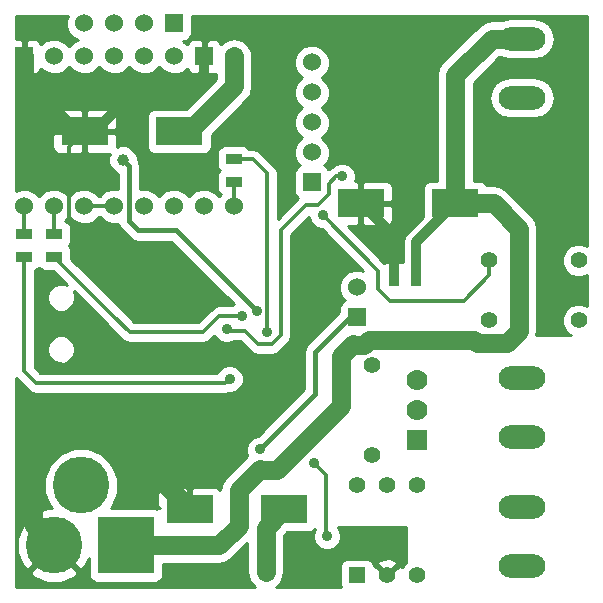
<source format=gbl>
G04 (created by PCBNEW (2013-mar-13)-testing) date czw, 7 sie 2014, 20:04:06*
%MOIN*%
G04 Gerber Fmt 3.4, Leading zero omitted, Abs format*
%FSLAX34Y34*%
G01*
G70*
G90*
G04 APERTURE LIST*
%ADD10C,0.005906*%
%ADD11R,0.035000X0.055000*%
%ADD12R,0.157500X0.094500*%
%ADD13R,0.060000X0.060000*%
%ADD14C,0.060000*%
%ADD15O,0.156000X0.078000*%
%ADD16C,0.189000*%
%ADD17R,0.189000X0.189000*%
%ADD18R,0.055000X0.035000*%
%ADD19C,0.055000*%
%ADD20C,0.070000*%
%ADD21R,0.070000X0.070000*%
%ADD22R,0.055000X0.055000*%
%ADD23C,0.035000*%
%ADD24C,0.039370*%
%ADD25C,0.012000*%
%ADD26C,0.016000*%
%ADD27C,0.032000*%
%ADD28C,0.064000*%
%ADD29C,0.010000*%
G04 APERTURE END LIST*
G54D10*
G54D11*
X13667Y-9077D03*
X12917Y-9077D03*
G54D12*
X9267Y-16777D03*
X6117Y-16777D03*
X5767Y-4177D03*
X2617Y-4177D03*
X14967Y-6577D03*
X11817Y-6577D03*
G54D13*
X5592Y-577D03*
G54D14*
X4592Y-577D03*
X3592Y-577D03*
X2592Y-577D03*
G54D15*
X17192Y-16687D03*
X17192Y-18657D03*
G54D16*
X1592Y-17977D03*
G54D17*
X3992Y-17977D03*
G54D16*
X2492Y-15977D03*
G54D15*
X17192Y-1087D03*
X17192Y-3057D03*
X17192Y-12387D03*
X17192Y-14357D03*
G54D13*
X11692Y-10377D03*
G54D14*
X11692Y-9377D03*
G54D13*
X10192Y-5877D03*
G54D14*
X10192Y-4877D03*
X10192Y-3877D03*
X10192Y-2877D03*
X10192Y-1877D03*
G54D18*
X592Y-8352D03*
X592Y-7602D03*
X1592Y-8352D03*
X1592Y-7602D03*
X7592Y-5102D03*
X7592Y-5852D03*
G54D19*
X12192Y-14977D03*
X12192Y-11977D03*
X19092Y-10477D03*
X19092Y-8477D03*
X16092Y-10477D03*
X16092Y-8477D03*
G54D20*
X13692Y-12477D03*
X13692Y-13477D03*
G54D21*
X13692Y-14477D03*
G54D13*
X592Y-1677D03*
G54D14*
X1592Y-1677D03*
X2592Y-1677D03*
X3592Y-1677D03*
X4592Y-1677D03*
X5592Y-1677D03*
G54D13*
X6592Y-1677D03*
G54D14*
X7592Y-1677D03*
X7592Y-6677D03*
X6592Y-6677D03*
X5592Y-6677D03*
X4592Y-6677D03*
X3592Y-6677D03*
X2592Y-6677D03*
X1592Y-6677D03*
X592Y-6677D03*
G54D22*
X11692Y-18977D03*
G54D19*
X12692Y-18977D03*
X13692Y-18977D03*
X13692Y-15977D03*
X12692Y-15977D03*
X11692Y-15977D03*
G54D23*
X10242Y-15227D03*
X10692Y-17677D03*
X11192Y-5677D03*
X7342Y-10777D03*
X10542Y-6977D03*
X12992Y-6677D03*
X3442Y-8527D03*
X8692Y-10877D03*
X7842Y-10327D03*
X7442Y-12427D03*
G54D24*
X3892Y-5127D03*
G54D23*
X8342Y-10177D03*
X8442Y-14777D03*
G54D24*
X8642Y-18877D03*
G54D25*
X10517Y-15502D02*
X10242Y-15227D01*
X10642Y-15927D02*
X10642Y-15627D01*
X10692Y-17677D02*
X10642Y-17627D01*
X10642Y-17627D02*
X10642Y-15927D01*
X10642Y-15627D02*
X10517Y-15502D01*
X10517Y-15502D02*
X10492Y-15477D01*
X592Y-7602D02*
X592Y-6677D01*
X7592Y-5852D02*
X7592Y-6677D01*
X10992Y-5677D02*
X11192Y-5677D01*
X10742Y-5927D02*
X10992Y-5677D01*
X10742Y-6277D02*
X10742Y-5927D01*
X10392Y-6627D02*
X10742Y-6277D01*
X9992Y-6627D02*
X10392Y-6627D01*
X9142Y-7477D02*
X9992Y-6627D01*
X9142Y-10977D02*
X9142Y-7477D01*
X8842Y-11277D02*
X9142Y-10977D01*
X8392Y-11277D02*
X8842Y-11277D01*
X7942Y-10827D02*
X8392Y-11277D01*
X7392Y-10827D02*
X7942Y-10827D01*
X7342Y-10777D02*
X7392Y-10827D01*
X16092Y-8977D02*
X16092Y-8477D01*
X15242Y-9827D02*
X16092Y-8977D01*
X12792Y-9827D02*
X15242Y-9827D01*
X12392Y-9427D02*
X12792Y-9827D01*
X12392Y-8827D02*
X12392Y-9427D01*
X10542Y-6977D02*
X12392Y-8827D01*
X1592Y-7602D02*
X1592Y-6677D01*
G54D26*
X11817Y-6577D02*
X11817Y-2002D01*
X6592Y-1227D02*
X6592Y-1677D01*
X6892Y-927D02*
X6592Y-1227D01*
X10742Y-927D02*
X6892Y-927D01*
X11817Y-2002D02*
X10742Y-927D01*
X12892Y-6577D02*
X11817Y-6577D01*
X12992Y-6677D02*
X12892Y-6577D01*
G54D27*
X2617Y-4177D02*
X2942Y-4177D01*
X2942Y-4177D02*
X4542Y-2577D01*
X4542Y-2577D02*
X6292Y-2577D01*
X6292Y-2577D02*
X6592Y-2277D01*
X6592Y-2277D02*
X6592Y-1677D01*
G54D25*
X2092Y-4702D02*
X2617Y-4177D01*
X2092Y-7177D02*
X2092Y-4702D01*
X3442Y-8527D02*
X2092Y-7177D01*
G54D27*
X12917Y-9077D02*
X12917Y-7677D01*
X12917Y-7677D02*
X11817Y-6577D01*
G54D28*
X2617Y-4177D02*
X2142Y-4177D01*
X2142Y-4177D02*
X592Y-2627D01*
X592Y-2627D02*
X592Y-1677D01*
X6117Y-16777D02*
X3817Y-14477D01*
X892Y-17277D02*
X1592Y-17977D01*
X892Y-15377D02*
X892Y-17277D01*
X1792Y-14477D02*
X892Y-15377D01*
X3817Y-14477D02*
X1792Y-14477D01*
G54D25*
X8217Y-5102D02*
X7592Y-5102D01*
X8692Y-5577D02*
X8217Y-5102D01*
X8692Y-10877D02*
X8692Y-5577D01*
X5642Y-10877D02*
X6542Y-10877D01*
X7092Y-10327D02*
X7842Y-10327D01*
X6542Y-10877D02*
X7092Y-10327D01*
X3530Y-10290D02*
X4117Y-10877D01*
X4117Y-10877D02*
X4492Y-10877D01*
X5642Y-10877D02*
X4492Y-10877D01*
X3530Y-10290D02*
X1592Y-8352D01*
X592Y-8352D02*
X592Y-12177D01*
X7292Y-12577D02*
X7442Y-12427D01*
X992Y-12577D02*
X7292Y-12577D01*
X592Y-12177D02*
X992Y-12577D01*
X2592Y-6677D02*
X3592Y-6677D01*
G54D28*
X11517Y-11302D02*
X11917Y-11302D01*
X16242Y-6577D02*
X14967Y-6577D01*
X17092Y-7427D02*
X16242Y-6577D01*
X17092Y-10827D02*
X17092Y-7427D01*
X16692Y-11227D02*
X17092Y-10827D01*
X15692Y-11227D02*
X16692Y-11227D01*
X15592Y-11127D02*
X15692Y-11227D01*
X12092Y-11127D02*
X15592Y-11127D01*
X11917Y-11302D02*
X12092Y-11127D01*
X8417Y-15452D02*
X9017Y-15452D01*
X11142Y-11677D02*
X11517Y-11302D01*
X11517Y-11302D02*
X11542Y-11277D01*
X11142Y-13327D02*
X11142Y-11677D01*
X9017Y-15452D02*
X11142Y-13327D01*
X3992Y-17977D02*
X7092Y-17977D01*
X7742Y-16127D02*
X8417Y-15452D01*
X8417Y-15452D02*
X8442Y-15427D01*
X7742Y-17327D02*
X7742Y-16127D01*
X7092Y-17977D02*
X7742Y-17327D01*
X14967Y-6577D02*
X14967Y-2302D01*
X14967Y-2302D02*
X16182Y-1087D01*
X16182Y-1087D02*
X17192Y-1087D01*
G54D27*
X13667Y-9077D02*
X13667Y-7877D01*
X13667Y-7877D02*
X14967Y-6577D01*
G54D28*
X5767Y-4177D02*
X6092Y-4177D01*
X7592Y-2677D02*
X7592Y-1677D01*
X6092Y-4177D02*
X7592Y-2677D01*
G54D26*
X4092Y-5327D02*
X3892Y-5127D01*
X4092Y-7177D02*
X4092Y-5327D01*
X4392Y-7477D02*
X4092Y-7177D01*
X5642Y-7477D02*
X4392Y-7477D01*
X8342Y-10177D02*
X5642Y-7477D01*
X11442Y-10377D02*
X11692Y-10377D01*
X10292Y-11527D02*
X11442Y-10377D01*
X10292Y-12927D02*
X10292Y-11527D01*
X8442Y-14777D02*
X10292Y-12927D01*
G54D28*
X9267Y-16777D02*
X8642Y-17402D01*
X8642Y-17402D02*
X8642Y-18877D01*
G54D10*
G36*
X7577Y-9935D02*
X7535Y-9977D01*
X7092Y-9977D01*
X6958Y-10004D01*
X6845Y-10080D01*
X6397Y-10527D01*
X5642Y-10527D01*
X4492Y-10527D01*
X4262Y-10527D01*
X3777Y-10042D01*
X2157Y-8422D01*
X2157Y-8120D01*
X2113Y-8013D01*
X2078Y-7977D01*
X2113Y-7942D01*
X2157Y-7835D01*
X2157Y-7720D01*
X2157Y-7370D01*
X2113Y-7263D01*
X2032Y-7182D01*
X1955Y-7150D01*
X2092Y-7012D01*
X2092Y-7012D01*
X2258Y-7177D01*
X2475Y-7267D01*
X2709Y-7268D01*
X2926Y-7178D01*
X3077Y-7027D01*
X3108Y-7027D01*
X3258Y-7177D01*
X3475Y-7267D01*
X3709Y-7268D01*
X3738Y-7256D01*
X3751Y-7319D01*
X3831Y-7439D01*
X4131Y-7739D01*
X4251Y-7819D01*
X4392Y-7847D01*
X5489Y-7847D01*
X7577Y-9935D01*
X7577Y-9935D01*
G37*
G54D29*
X7577Y-9935D02*
X7535Y-9977D01*
X7092Y-9977D01*
X6958Y-10004D01*
X6845Y-10080D01*
X6397Y-10527D01*
X5642Y-10527D01*
X4492Y-10527D01*
X4262Y-10527D01*
X3777Y-10042D01*
X2157Y-8422D01*
X2157Y-8120D01*
X2113Y-8013D01*
X2078Y-7977D01*
X2113Y-7942D01*
X2157Y-7835D01*
X2157Y-7720D01*
X2157Y-7370D01*
X2113Y-7263D01*
X2032Y-7182D01*
X1955Y-7150D01*
X2092Y-7012D01*
X2092Y-7012D01*
X2258Y-7177D01*
X2475Y-7267D01*
X2709Y-7268D01*
X2926Y-7178D01*
X3077Y-7027D01*
X3108Y-7027D01*
X3258Y-7177D01*
X3475Y-7267D01*
X3709Y-7268D01*
X3738Y-7256D01*
X3751Y-7319D01*
X3831Y-7439D01*
X4131Y-7739D01*
X4251Y-7819D01*
X4392Y-7847D01*
X5489Y-7847D01*
X7577Y-9935D01*
G54D10*
G36*
X11891Y-8821D02*
X11810Y-8788D01*
X11576Y-8787D01*
X11359Y-8877D01*
X11193Y-9043D01*
X11103Y-9260D01*
X11102Y-9494D01*
X11192Y-9711D01*
X11288Y-9807D01*
X11228Y-9832D01*
X11147Y-9913D01*
X11102Y-10020D01*
X11102Y-10135D01*
X11102Y-10194D01*
X10031Y-11266D01*
X9951Y-11386D01*
X9922Y-11527D01*
X9922Y-12774D01*
X8384Y-14312D01*
X8350Y-14312D01*
X8179Y-14383D01*
X8048Y-14514D01*
X7977Y-14685D01*
X7977Y-14870D01*
X8026Y-14986D01*
X8011Y-14996D01*
X7986Y-15021D01*
X7311Y-15696D01*
X7179Y-15894D01*
X7133Y-16123D01*
X7069Y-16059D01*
X6963Y-16015D01*
X6240Y-16015D01*
X6167Y-16087D01*
X6167Y-16727D01*
X6175Y-16727D01*
X6175Y-16827D01*
X6167Y-16827D01*
X6167Y-16835D01*
X6067Y-16835D01*
X6067Y-16827D01*
X6060Y-16827D01*
X6060Y-16727D01*
X6067Y-16727D01*
X6067Y-16087D01*
X5995Y-16015D01*
X5272Y-16015D01*
X5166Y-16059D01*
X5084Y-16141D01*
X5040Y-16247D01*
X5040Y-16363D01*
X5040Y-16655D01*
X5112Y-16727D01*
X5040Y-16727D01*
X5040Y-16761D01*
X4995Y-16742D01*
X4880Y-16742D01*
X3474Y-16742D01*
X3539Y-16678D01*
X3727Y-16224D01*
X3728Y-15733D01*
X3540Y-15279D01*
X3193Y-14931D01*
X2739Y-14743D01*
X2248Y-14742D01*
X1794Y-14930D01*
X1446Y-15277D01*
X1258Y-15731D01*
X1257Y-16222D01*
X1445Y-16676D01*
X1511Y-16742D01*
X1346Y-16743D01*
X893Y-16930D01*
X789Y-17104D01*
X1592Y-17907D01*
X1598Y-17901D01*
X1669Y-17972D01*
X1663Y-17977D01*
X2466Y-18780D01*
X2640Y-18677D01*
X2757Y-18392D01*
X2757Y-18980D01*
X2802Y-19087D01*
X2883Y-19168D01*
X2990Y-19212D01*
X3105Y-19212D01*
X4995Y-19212D01*
X5102Y-19168D01*
X5183Y-19087D01*
X5227Y-18980D01*
X5227Y-18865D01*
X5227Y-18587D01*
X7092Y-18587D01*
X7326Y-18541D01*
X7524Y-18409D01*
X8032Y-17900D01*
X8032Y-18877D01*
X8079Y-19111D01*
X8211Y-19309D01*
X8295Y-19365D01*
X2395Y-19365D01*
X2395Y-18851D01*
X1592Y-18048D01*
X1522Y-18119D01*
X1522Y-17977D01*
X719Y-17174D01*
X545Y-17278D01*
X357Y-17732D01*
X358Y-18224D01*
X545Y-18677D01*
X719Y-18780D01*
X1522Y-17977D01*
X1522Y-18119D01*
X789Y-18851D01*
X893Y-19025D01*
X1347Y-19213D01*
X1839Y-19212D01*
X2292Y-19025D01*
X2395Y-18851D01*
X2395Y-19365D01*
X319Y-19365D01*
X319Y-12386D01*
X345Y-12425D01*
X745Y-12825D01*
X858Y-12901D01*
X858Y-12901D01*
X992Y-12927D01*
X7292Y-12927D01*
X7426Y-12901D01*
X7426Y-12901D01*
X7439Y-12892D01*
X7439Y-12892D01*
X7535Y-12893D01*
X7705Y-12822D01*
X7836Y-12691D01*
X7907Y-12520D01*
X7907Y-12335D01*
X7837Y-12164D01*
X7706Y-12033D01*
X7535Y-11963D01*
X7350Y-11962D01*
X7179Y-12033D01*
X7048Y-12164D01*
X7022Y-12227D01*
X2294Y-12227D01*
X2294Y-11351D01*
X2224Y-11179D01*
X2092Y-11048D01*
X1921Y-10977D01*
X1735Y-10976D01*
X1563Y-11047D01*
X1432Y-11179D01*
X1360Y-11350D01*
X1360Y-11536D01*
X1431Y-11708D01*
X1563Y-11839D01*
X1734Y-11910D01*
X1920Y-11911D01*
X2092Y-11840D01*
X2223Y-11708D01*
X2294Y-11537D01*
X2294Y-11351D01*
X2294Y-12227D01*
X1137Y-12227D01*
X942Y-12032D01*
X942Y-8810D01*
X1032Y-8773D01*
X1092Y-8713D01*
X1153Y-8773D01*
X1260Y-8817D01*
X1375Y-8817D01*
X1562Y-8817D01*
X2038Y-9293D01*
X1921Y-9245D01*
X1735Y-9244D01*
X1563Y-9315D01*
X1432Y-9447D01*
X1360Y-9618D01*
X1360Y-9804D01*
X1431Y-9976D01*
X1563Y-10107D01*
X1734Y-10178D01*
X1920Y-10179D01*
X2092Y-10108D01*
X2223Y-9976D01*
X2294Y-9805D01*
X2294Y-9619D01*
X2246Y-9501D01*
X3282Y-10537D01*
X3870Y-11125D01*
X3983Y-11201D01*
X3983Y-11201D01*
X4117Y-11227D01*
X4492Y-11227D01*
X5642Y-11227D01*
X6542Y-11227D01*
X6676Y-11201D01*
X6676Y-11201D01*
X6790Y-11125D01*
X6926Y-10988D01*
X6948Y-11041D01*
X7079Y-11171D01*
X7250Y-11242D01*
X7435Y-11243D01*
X7592Y-11177D01*
X7797Y-11177D01*
X8145Y-11525D01*
X8258Y-11601D01*
X8258Y-11601D01*
X8392Y-11627D01*
X8842Y-11627D01*
X8976Y-11601D01*
X8976Y-11601D01*
X9090Y-11525D01*
X9390Y-11225D01*
X9466Y-11111D01*
X9466Y-11111D01*
X9492Y-10977D01*
X9492Y-7622D01*
X10077Y-7037D01*
X10077Y-7070D01*
X10148Y-7241D01*
X10279Y-7371D01*
X10450Y-7442D01*
X10512Y-7442D01*
X11891Y-8821D01*
X11891Y-8821D01*
G37*
G54D29*
X11891Y-8821D02*
X11810Y-8788D01*
X11576Y-8787D01*
X11359Y-8877D01*
X11193Y-9043D01*
X11103Y-9260D01*
X11102Y-9494D01*
X11192Y-9711D01*
X11288Y-9807D01*
X11228Y-9832D01*
X11147Y-9913D01*
X11102Y-10020D01*
X11102Y-10135D01*
X11102Y-10194D01*
X10031Y-11266D01*
X9951Y-11386D01*
X9922Y-11527D01*
X9922Y-12774D01*
X8384Y-14312D01*
X8350Y-14312D01*
X8179Y-14383D01*
X8048Y-14514D01*
X7977Y-14685D01*
X7977Y-14870D01*
X8026Y-14986D01*
X8011Y-14996D01*
X7986Y-15021D01*
X7311Y-15696D01*
X7179Y-15894D01*
X7133Y-16123D01*
X7069Y-16059D01*
X6963Y-16015D01*
X6240Y-16015D01*
X6167Y-16087D01*
X6167Y-16727D01*
X6175Y-16727D01*
X6175Y-16827D01*
X6167Y-16827D01*
X6167Y-16835D01*
X6067Y-16835D01*
X6067Y-16827D01*
X6060Y-16827D01*
X6060Y-16727D01*
X6067Y-16727D01*
X6067Y-16087D01*
X5995Y-16015D01*
X5272Y-16015D01*
X5166Y-16059D01*
X5084Y-16141D01*
X5040Y-16247D01*
X5040Y-16363D01*
X5040Y-16655D01*
X5112Y-16727D01*
X5040Y-16727D01*
X5040Y-16761D01*
X4995Y-16742D01*
X4880Y-16742D01*
X3474Y-16742D01*
X3539Y-16678D01*
X3727Y-16224D01*
X3728Y-15733D01*
X3540Y-15279D01*
X3193Y-14931D01*
X2739Y-14743D01*
X2248Y-14742D01*
X1794Y-14930D01*
X1446Y-15277D01*
X1258Y-15731D01*
X1257Y-16222D01*
X1445Y-16676D01*
X1511Y-16742D01*
X1346Y-16743D01*
X893Y-16930D01*
X789Y-17104D01*
X1592Y-17907D01*
X1598Y-17901D01*
X1669Y-17972D01*
X1663Y-17977D01*
X2466Y-18780D01*
X2640Y-18677D01*
X2757Y-18392D01*
X2757Y-18980D01*
X2802Y-19087D01*
X2883Y-19168D01*
X2990Y-19212D01*
X3105Y-19212D01*
X4995Y-19212D01*
X5102Y-19168D01*
X5183Y-19087D01*
X5227Y-18980D01*
X5227Y-18865D01*
X5227Y-18587D01*
X7092Y-18587D01*
X7326Y-18541D01*
X7524Y-18409D01*
X8032Y-17900D01*
X8032Y-18877D01*
X8079Y-19111D01*
X8211Y-19309D01*
X8295Y-19365D01*
X2395Y-19365D01*
X2395Y-18851D01*
X1592Y-18048D01*
X1522Y-18119D01*
X1522Y-17977D01*
X719Y-17174D01*
X545Y-17278D01*
X357Y-17732D01*
X358Y-18224D01*
X545Y-18677D01*
X719Y-18780D01*
X1522Y-17977D01*
X1522Y-18119D01*
X789Y-18851D01*
X893Y-19025D01*
X1347Y-19213D01*
X1839Y-19212D01*
X2292Y-19025D01*
X2395Y-18851D01*
X2395Y-19365D01*
X319Y-19365D01*
X319Y-12386D01*
X345Y-12425D01*
X745Y-12825D01*
X858Y-12901D01*
X858Y-12901D01*
X992Y-12927D01*
X7292Y-12927D01*
X7426Y-12901D01*
X7426Y-12901D01*
X7439Y-12892D01*
X7439Y-12892D01*
X7535Y-12893D01*
X7705Y-12822D01*
X7836Y-12691D01*
X7907Y-12520D01*
X7907Y-12335D01*
X7837Y-12164D01*
X7706Y-12033D01*
X7535Y-11963D01*
X7350Y-11962D01*
X7179Y-12033D01*
X7048Y-12164D01*
X7022Y-12227D01*
X2294Y-12227D01*
X2294Y-11351D01*
X2224Y-11179D01*
X2092Y-11048D01*
X1921Y-10977D01*
X1735Y-10976D01*
X1563Y-11047D01*
X1432Y-11179D01*
X1360Y-11350D01*
X1360Y-11536D01*
X1431Y-11708D01*
X1563Y-11839D01*
X1734Y-11910D01*
X1920Y-11911D01*
X2092Y-11840D01*
X2223Y-11708D01*
X2294Y-11537D01*
X2294Y-11351D01*
X2294Y-12227D01*
X1137Y-12227D01*
X942Y-12032D01*
X942Y-8810D01*
X1032Y-8773D01*
X1092Y-8713D01*
X1153Y-8773D01*
X1260Y-8817D01*
X1375Y-8817D01*
X1562Y-8817D01*
X2038Y-9293D01*
X1921Y-9245D01*
X1735Y-9244D01*
X1563Y-9315D01*
X1432Y-9447D01*
X1360Y-9618D01*
X1360Y-9804D01*
X1431Y-9976D01*
X1563Y-10107D01*
X1734Y-10178D01*
X1920Y-10179D01*
X2092Y-10108D01*
X2223Y-9976D01*
X2294Y-9805D01*
X2294Y-9619D01*
X2246Y-9501D01*
X3282Y-10537D01*
X3870Y-11125D01*
X3983Y-11201D01*
X3983Y-11201D01*
X4117Y-11227D01*
X4492Y-11227D01*
X5642Y-11227D01*
X6542Y-11227D01*
X6676Y-11201D01*
X6676Y-11201D01*
X6790Y-11125D01*
X6926Y-10988D01*
X6948Y-11041D01*
X7079Y-11171D01*
X7250Y-11242D01*
X7435Y-11243D01*
X7592Y-11177D01*
X7797Y-11177D01*
X8145Y-11525D01*
X8258Y-11601D01*
X8258Y-11601D01*
X8392Y-11627D01*
X8842Y-11627D01*
X8976Y-11601D01*
X8976Y-11601D01*
X9090Y-11525D01*
X9390Y-11225D01*
X9466Y-11111D01*
X9466Y-11111D01*
X9492Y-10977D01*
X9492Y-7622D01*
X10077Y-7037D01*
X10077Y-7070D01*
X10148Y-7241D01*
X10279Y-7371D01*
X10450Y-7442D01*
X10512Y-7442D01*
X11891Y-8821D01*
G54D10*
G36*
X13335Y-18536D02*
X13214Y-18657D01*
X13195Y-18702D01*
X13186Y-18681D01*
X13082Y-18658D01*
X13011Y-18729D01*
X13011Y-18588D01*
X12989Y-18484D01*
X12778Y-18408D01*
X12553Y-18418D01*
X12396Y-18484D01*
X12373Y-18588D01*
X12692Y-18907D01*
X13011Y-18588D01*
X13011Y-18729D01*
X12763Y-18977D01*
X12769Y-18983D01*
X12698Y-19054D01*
X12692Y-19048D01*
X12687Y-19054D01*
X12616Y-18983D01*
X12622Y-18977D01*
X12303Y-18658D01*
X12257Y-18668D01*
X12257Y-18645D01*
X12213Y-18538D01*
X12132Y-18457D01*
X12025Y-18412D01*
X11910Y-18412D01*
X11360Y-18412D01*
X11253Y-18457D01*
X11172Y-18538D01*
X11127Y-18645D01*
X11127Y-18760D01*
X11127Y-19310D01*
X11150Y-19365D01*
X8990Y-19365D01*
X9074Y-19309D01*
X9206Y-19111D01*
X9252Y-18877D01*
X9252Y-17655D01*
X9368Y-17540D01*
X10113Y-17540D01*
X10219Y-17496D01*
X10292Y-17423D01*
X10292Y-17428D01*
X10227Y-17585D01*
X10227Y-17770D01*
X10298Y-17941D01*
X10429Y-18071D01*
X10600Y-18142D01*
X10785Y-18143D01*
X10955Y-18072D01*
X11086Y-17941D01*
X11157Y-17770D01*
X11157Y-17585D01*
X11087Y-17414D01*
X11045Y-17372D01*
X13335Y-17372D01*
X13335Y-18536D01*
X13335Y-18536D01*
G37*
G54D29*
X13335Y-18536D02*
X13214Y-18657D01*
X13195Y-18702D01*
X13186Y-18681D01*
X13082Y-18658D01*
X13011Y-18729D01*
X13011Y-18588D01*
X12989Y-18484D01*
X12778Y-18408D01*
X12553Y-18418D01*
X12396Y-18484D01*
X12373Y-18588D01*
X12692Y-18907D01*
X13011Y-18588D01*
X13011Y-18729D01*
X12763Y-18977D01*
X12769Y-18983D01*
X12698Y-19054D01*
X12692Y-19048D01*
X12687Y-19054D01*
X12616Y-18983D01*
X12622Y-18977D01*
X12303Y-18658D01*
X12257Y-18668D01*
X12257Y-18645D01*
X12213Y-18538D01*
X12132Y-18457D01*
X12025Y-18412D01*
X11910Y-18412D01*
X11360Y-18412D01*
X11253Y-18457D01*
X11172Y-18538D01*
X11127Y-18645D01*
X11127Y-18760D01*
X11127Y-19310D01*
X11150Y-19365D01*
X8990Y-19365D01*
X9074Y-19309D01*
X9206Y-19111D01*
X9252Y-18877D01*
X9252Y-17655D01*
X9368Y-17540D01*
X10113Y-17540D01*
X10219Y-17496D01*
X10292Y-17423D01*
X10292Y-17428D01*
X10227Y-17585D01*
X10227Y-17770D01*
X10298Y-17941D01*
X10429Y-18071D01*
X10600Y-18142D01*
X10785Y-18143D01*
X10955Y-18072D01*
X11086Y-17941D01*
X11157Y-17770D01*
X11157Y-17585D01*
X11087Y-17414D01*
X11045Y-17372D01*
X13335Y-17372D01*
X13335Y-18536D01*
G54D10*
G36*
X19365Y-9979D02*
X19205Y-9913D01*
X18981Y-9912D01*
X18773Y-9998D01*
X18614Y-10157D01*
X18528Y-10365D01*
X18527Y-10589D01*
X18613Y-10797D01*
X18772Y-10956D01*
X18813Y-10973D01*
X18283Y-10973D01*
X18283Y-3057D01*
X18232Y-2797D01*
X18084Y-2577D01*
X17864Y-2429D01*
X17603Y-2377D01*
X16781Y-2377D01*
X16521Y-2429D01*
X16301Y-2577D01*
X16153Y-2797D01*
X16101Y-3057D01*
X16153Y-3318D01*
X16301Y-3538D01*
X16521Y-3686D01*
X16781Y-3737D01*
X17603Y-3737D01*
X17864Y-3686D01*
X18084Y-3538D01*
X18232Y-3318D01*
X18283Y-3057D01*
X18283Y-10973D01*
X17673Y-10973D01*
X17702Y-10827D01*
X17702Y-7427D01*
X17656Y-7194D01*
X17524Y-6996D01*
X16674Y-6146D01*
X16476Y-6014D01*
X16242Y-5967D01*
X16012Y-5967D01*
X16001Y-5941D01*
X15919Y-5859D01*
X15813Y-5815D01*
X15697Y-5815D01*
X15577Y-5815D01*
X15577Y-2555D01*
X16435Y-1697D01*
X16494Y-1697D01*
X16521Y-1716D01*
X16781Y-1767D01*
X17603Y-1767D01*
X17864Y-1716D01*
X18084Y-1568D01*
X18232Y-1348D01*
X18283Y-1087D01*
X18232Y-827D01*
X18084Y-607D01*
X17864Y-459D01*
X17603Y-407D01*
X16781Y-407D01*
X16521Y-459D01*
X16494Y-477D01*
X16182Y-477D01*
X15949Y-524D01*
X15751Y-656D01*
X14536Y-1871D01*
X14404Y-2069D01*
X14357Y-2302D01*
X14357Y-5815D01*
X14122Y-5815D01*
X14016Y-5859D01*
X13934Y-5941D01*
X13890Y-6047D01*
X13890Y-6163D01*
X13890Y-7019D01*
X13349Y-7559D01*
X13252Y-7705D01*
X13217Y-7877D01*
X13217Y-8540D01*
X13150Y-8512D01*
X13040Y-8512D01*
X12967Y-8585D01*
X12967Y-9027D01*
X12975Y-9027D01*
X12975Y-9127D01*
X12967Y-9127D01*
X12967Y-9135D01*
X12895Y-9135D01*
X12895Y-7108D01*
X12895Y-6992D01*
X12895Y-6700D01*
X12895Y-6455D01*
X12895Y-6163D01*
X12895Y-6047D01*
X12851Y-5941D01*
X12769Y-5859D01*
X12663Y-5815D01*
X11940Y-5815D01*
X11867Y-5887D01*
X11867Y-6527D01*
X12822Y-6527D01*
X12895Y-6455D01*
X12895Y-6700D01*
X12822Y-6627D01*
X11867Y-6627D01*
X11867Y-7267D01*
X11940Y-7340D01*
X12663Y-7340D01*
X12769Y-7296D01*
X12851Y-7214D01*
X12895Y-7108D01*
X12895Y-9135D01*
X12867Y-9135D01*
X12867Y-9127D01*
X12860Y-9127D01*
X12860Y-9027D01*
X12867Y-9027D01*
X12867Y-8585D01*
X12795Y-8512D01*
X12685Y-8512D01*
X12605Y-8545D01*
X11400Y-7340D01*
X11695Y-7340D01*
X11767Y-7267D01*
X11767Y-6627D01*
X11760Y-6627D01*
X11760Y-6527D01*
X11767Y-6527D01*
X11767Y-5887D01*
X11695Y-5815D01*
X11639Y-5815D01*
X11657Y-5770D01*
X11657Y-5585D01*
X11587Y-5414D01*
X11456Y-5283D01*
X11285Y-5213D01*
X11100Y-5212D01*
X10929Y-5283D01*
X10858Y-5355D01*
X10858Y-5355D01*
X10745Y-5430D01*
X10738Y-5413D01*
X10657Y-5332D01*
X10597Y-5307D01*
X10692Y-5212D01*
X10782Y-4995D01*
X10783Y-4761D01*
X10693Y-4544D01*
X10527Y-4378D01*
X10527Y-4377D01*
X10692Y-4212D01*
X10782Y-3995D01*
X10783Y-3761D01*
X10693Y-3544D01*
X10527Y-3378D01*
X10527Y-3377D01*
X10692Y-3212D01*
X10782Y-2995D01*
X10783Y-2761D01*
X10693Y-2544D01*
X10527Y-2378D01*
X10527Y-2377D01*
X10692Y-2212D01*
X10782Y-1995D01*
X10783Y-1761D01*
X10693Y-1544D01*
X10527Y-1378D01*
X10310Y-1288D01*
X10076Y-1287D01*
X9859Y-1377D01*
X9693Y-1543D01*
X9603Y-1760D01*
X9602Y-1994D01*
X9692Y-2211D01*
X9858Y-2377D01*
X9858Y-2377D01*
X9693Y-2543D01*
X9603Y-2760D01*
X9602Y-2994D01*
X9692Y-3211D01*
X9858Y-3377D01*
X9858Y-3377D01*
X9693Y-3543D01*
X9603Y-3760D01*
X9602Y-3994D01*
X9692Y-4211D01*
X9858Y-4377D01*
X9858Y-4377D01*
X9693Y-4543D01*
X9603Y-4760D01*
X9602Y-4994D01*
X9692Y-5211D01*
X9788Y-5307D01*
X9728Y-5332D01*
X9647Y-5413D01*
X9602Y-5520D01*
X9602Y-5635D01*
X9602Y-6235D01*
X9647Y-6342D01*
X9715Y-6410D01*
X9042Y-7082D01*
X9042Y-5577D01*
X9016Y-5444D01*
X9016Y-5444D01*
X8940Y-5330D01*
X8465Y-4855D01*
X8351Y-4779D01*
X8217Y-4752D01*
X8202Y-4752D01*
X8202Y-2677D01*
X8202Y-1677D01*
X8183Y-1577D01*
X8183Y-1561D01*
X8176Y-1545D01*
X8156Y-1444D01*
X8099Y-1359D01*
X8093Y-1344D01*
X8081Y-1332D01*
X8024Y-1246D01*
X7939Y-1189D01*
X7927Y-1178D01*
X7911Y-1171D01*
X7826Y-1114D01*
X7726Y-1094D01*
X7710Y-1088D01*
X7693Y-1088D01*
X7592Y-1067D01*
X7492Y-1087D01*
X7476Y-1087D01*
X7460Y-1094D01*
X7359Y-1114D01*
X7274Y-1171D01*
X7259Y-1177D01*
X7247Y-1189D01*
X7161Y-1246D01*
X7155Y-1255D01*
X7138Y-1213D01*
X7057Y-1132D01*
X6950Y-1087D01*
X6715Y-1087D01*
X6642Y-1160D01*
X6642Y-1627D01*
X6650Y-1627D01*
X6650Y-1727D01*
X6642Y-1727D01*
X6642Y-2195D01*
X6715Y-2267D01*
X6950Y-2267D01*
X6982Y-2254D01*
X6982Y-2425D01*
X5992Y-3415D01*
X4922Y-3415D01*
X4816Y-3459D01*
X4734Y-3541D01*
X4690Y-3647D01*
X4690Y-3763D01*
X4690Y-4708D01*
X4734Y-4814D01*
X4816Y-4896D01*
X4922Y-4940D01*
X5038Y-4940D01*
X6613Y-4940D01*
X6719Y-4896D01*
X6801Y-4814D01*
X6845Y-4708D01*
X6845Y-4592D01*
X6845Y-4288D01*
X8024Y-3109D01*
X8156Y-2911D01*
X8156Y-2911D01*
X8202Y-2677D01*
X8202Y-4752D01*
X8103Y-4752D01*
X8032Y-4682D01*
X7925Y-4637D01*
X7810Y-4637D01*
X7260Y-4637D01*
X7153Y-4682D01*
X7072Y-4763D01*
X7027Y-4870D01*
X7027Y-4985D01*
X7027Y-5335D01*
X7072Y-5442D01*
X7107Y-5477D01*
X7072Y-5513D01*
X7027Y-5620D01*
X7027Y-5735D01*
X7027Y-6085D01*
X7072Y-6192D01*
X7153Y-6273D01*
X7160Y-6276D01*
X7093Y-6343D01*
X7092Y-6343D01*
X6927Y-6178D01*
X6710Y-6088D01*
X6476Y-6087D01*
X6259Y-6177D01*
X6093Y-6343D01*
X6092Y-6343D01*
X5927Y-6178D01*
X5710Y-6088D01*
X5476Y-6087D01*
X5259Y-6177D01*
X5093Y-6343D01*
X5092Y-6343D01*
X4927Y-6178D01*
X4710Y-6088D01*
X4476Y-6087D01*
X4462Y-6093D01*
X4462Y-5327D01*
X4434Y-5186D01*
X4379Y-5104D01*
X4379Y-5031D01*
X4305Y-4852D01*
X4169Y-4715D01*
X3990Y-4641D01*
X3796Y-4641D01*
X3695Y-4682D01*
X3695Y-4592D01*
X3695Y-4300D01*
X3695Y-4055D01*
X3695Y-3763D01*
X3695Y-3647D01*
X3651Y-3541D01*
X3569Y-3459D01*
X3463Y-3415D01*
X2740Y-3415D01*
X2667Y-3487D01*
X2667Y-4127D01*
X3622Y-4127D01*
X3695Y-4055D01*
X3695Y-4300D01*
X3622Y-4227D01*
X2667Y-4227D01*
X2667Y-4867D01*
X2740Y-4940D01*
X3443Y-4940D01*
X3406Y-5030D01*
X3405Y-5224D01*
X3479Y-5403D01*
X3616Y-5540D01*
X3722Y-5584D01*
X3722Y-6093D01*
X3710Y-6088D01*
X3476Y-6087D01*
X3259Y-6177D01*
X3108Y-6327D01*
X3077Y-6327D01*
X2927Y-6178D01*
X2710Y-6088D01*
X2567Y-6087D01*
X2567Y-4867D01*
X2567Y-4227D01*
X2567Y-4127D01*
X2567Y-3487D01*
X2495Y-3415D01*
X1772Y-3415D01*
X1666Y-3459D01*
X1584Y-3541D01*
X1540Y-3647D01*
X1540Y-3763D01*
X1540Y-4055D01*
X1612Y-4127D01*
X2567Y-4127D01*
X2567Y-4227D01*
X1612Y-4227D01*
X1540Y-4300D01*
X1540Y-4592D01*
X1540Y-4708D01*
X1584Y-4814D01*
X1666Y-4896D01*
X1772Y-4940D01*
X2495Y-4940D01*
X2567Y-4867D01*
X2567Y-6087D01*
X2476Y-6087D01*
X2259Y-6177D01*
X2093Y-6343D01*
X2092Y-6343D01*
X1927Y-6178D01*
X1710Y-6088D01*
X1476Y-6087D01*
X1259Y-6177D01*
X1093Y-6343D01*
X1092Y-6343D01*
X927Y-6178D01*
X710Y-6088D01*
X476Y-6087D01*
X319Y-6152D01*
X319Y-2267D01*
X470Y-2267D01*
X542Y-2195D01*
X542Y-1727D01*
X535Y-1727D01*
X535Y-1627D01*
X542Y-1627D01*
X542Y-1160D01*
X470Y-1087D01*
X319Y-1087D01*
X319Y-319D01*
X2061Y-319D01*
X2003Y-460D01*
X2002Y-694D01*
X2092Y-911D01*
X2258Y-1077D01*
X2378Y-1127D01*
X2259Y-1177D01*
X2093Y-1343D01*
X2092Y-1343D01*
X1927Y-1178D01*
X1710Y-1088D01*
X1476Y-1087D01*
X1259Y-1177D01*
X1163Y-1273D01*
X1138Y-1213D01*
X1057Y-1132D01*
X950Y-1087D01*
X715Y-1087D01*
X642Y-1160D01*
X642Y-1627D01*
X650Y-1627D01*
X650Y-1727D01*
X642Y-1727D01*
X642Y-2195D01*
X715Y-2267D01*
X950Y-2267D01*
X1057Y-2223D01*
X1138Y-2142D01*
X1163Y-2082D01*
X1258Y-2177D01*
X1475Y-2267D01*
X1709Y-2268D01*
X1926Y-2178D01*
X2092Y-2012D01*
X2092Y-2012D01*
X2258Y-2177D01*
X2475Y-2267D01*
X2709Y-2268D01*
X2926Y-2178D01*
X3092Y-2012D01*
X3092Y-2012D01*
X3258Y-2177D01*
X3475Y-2267D01*
X3709Y-2268D01*
X3926Y-2178D01*
X4092Y-2012D01*
X4092Y-2012D01*
X4258Y-2177D01*
X4475Y-2267D01*
X4709Y-2268D01*
X4926Y-2178D01*
X5092Y-2012D01*
X5092Y-2012D01*
X5258Y-2177D01*
X5475Y-2267D01*
X5709Y-2268D01*
X5926Y-2178D01*
X6022Y-2082D01*
X6047Y-2142D01*
X6128Y-2223D01*
X6235Y-2267D01*
X6470Y-2267D01*
X6542Y-2195D01*
X6542Y-1727D01*
X6535Y-1727D01*
X6535Y-1627D01*
X6542Y-1627D01*
X6542Y-1160D01*
X6470Y-1087D01*
X6235Y-1087D01*
X6128Y-1132D01*
X6047Y-1213D01*
X6022Y-1273D01*
X5927Y-1178D01*
X5903Y-1167D01*
X5950Y-1167D01*
X6057Y-1123D01*
X6138Y-1042D01*
X6182Y-935D01*
X6182Y-820D01*
X6182Y-319D01*
X19365Y-319D01*
X19365Y-7979D01*
X19205Y-7913D01*
X18981Y-7912D01*
X18773Y-7998D01*
X18614Y-8157D01*
X18528Y-8365D01*
X18527Y-8589D01*
X18613Y-8797D01*
X18772Y-8956D01*
X18980Y-9042D01*
X19204Y-9043D01*
X19365Y-8976D01*
X19365Y-9979D01*
X19365Y-9979D01*
G37*
G54D29*
X19365Y-9979D02*
X19205Y-9913D01*
X18981Y-9912D01*
X18773Y-9998D01*
X18614Y-10157D01*
X18528Y-10365D01*
X18527Y-10589D01*
X18613Y-10797D01*
X18772Y-10956D01*
X18813Y-10973D01*
X18283Y-10973D01*
X18283Y-3057D01*
X18232Y-2797D01*
X18084Y-2577D01*
X17864Y-2429D01*
X17603Y-2377D01*
X16781Y-2377D01*
X16521Y-2429D01*
X16301Y-2577D01*
X16153Y-2797D01*
X16101Y-3057D01*
X16153Y-3318D01*
X16301Y-3538D01*
X16521Y-3686D01*
X16781Y-3737D01*
X17603Y-3737D01*
X17864Y-3686D01*
X18084Y-3538D01*
X18232Y-3318D01*
X18283Y-3057D01*
X18283Y-10973D01*
X17673Y-10973D01*
X17702Y-10827D01*
X17702Y-7427D01*
X17656Y-7194D01*
X17524Y-6996D01*
X16674Y-6146D01*
X16476Y-6014D01*
X16242Y-5967D01*
X16012Y-5967D01*
X16001Y-5941D01*
X15919Y-5859D01*
X15813Y-5815D01*
X15697Y-5815D01*
X15577Y-5815D01*
X15577Y-2555D01*
X16435Y-1697D01*
X16494Y-1697D01*
X16521Y-1716D01*
X16781Y-1767D01*
X17603Y-1767D01*
X17864Y-1716D01*
X18084Y-1568D01*
X18232Y-1348D01*
X18283Y-1087D01*
X18232Y-827D01*
X18084Y-607D01*
X17864Y-459D01*
X17603Y-407D01*
X16781Y-407D01*
X16521Y-459D01*
X16494Y-477D01*
X16182Y-477D01*
X15949Y-524D01*
X15751Y-656D01*
X14536Y-1871D01*
X14404Y-2069D01*
X14357Y-2302D01*
X14357Y-5815D01*
X14122Y-5815D01*
X14016Y-5859D01*
X13934Y-5941D01*
X13890Y-6047D01*
X13890Y-6163D01*
X13890Y-7019D01*
X13349Y-7559D01*
X13252Y-7705D01*
X13217Y-7877D01*
X13217Y-8540D01*
X13150Y-8512D01*
X13040Y-8512D01*
X12967Y-8585D01*
X12967Y-9027D01*
X12975Y-9027D01*
X12975Y-9127D01*
X12967Y-9127D01*
X12967Y-9135D01*
X12895Y-9135D01*
X12895Y-7108D01*
X12895Y-6992D01*
X12895Y-6700D01*
X12895Y-6455D01*
X12895Y-6163D01*
X12895Y-6047D01*
X12851Y-5941D01*
X12769Y-5859D01*
X12663Y-5815D01*
X11940Y-5815D01*
X11867Y-5887D01*
X11867Y-6527D01*
X12822Y-6527D01*
X12895Y-6455D01*
X12895Y-6700D01*
X12822Y-6627D01*
X11867Y-6627D01*
X11867Y-7267D01*
X11940Y-7340D01*
X12663Y-7340D01*
X12769Y-7296D01*
X12851Y-7214D01*
X12895Y-7108D01*
X12895Y-9135D01*
X12867Y-9135D01*
X12867Y-9127D01*
X12860Y-9127D01*
X12860Y-9027D01*
X12867Y-9027D01*
X12867Y-8585D01*
X12795Y-8512D01*
X12685Y-8512D01*
X12605Y-8545D01*
X11400Y-7340D01*
X11695Y-7340D01*
X11767Y-7267D01*
X11767Y-6627D01*
X11760Y-6627D01*
X11760Y-6527D01*
X11767Y-6527D01*
X11767Y-5887D01*
X11695Y-5815D01*
X11639Y-5815D01*
X11657Y-5770D01*
X11657Y-5585D01*
X11587Y-5414D01*
X11456Y-5283D01*
X11285Y-5213D01*
X11100Y-5212D01*
X10929Y-5283D01*
X10858Y-5355D01*
X10858Y-5355D01*
X10745Y-5430D01*
X10738Y-5413D01*
X10657Y-5332D01*
X10597Y-5307D01*
X10692Y-5212D01*
X10782Y-4995D01*
X10783Y-4761D01*
X10693Y-4544D01*
X10527Y-4378D01*
X10527Y-4377D01*
X10692Y-4212D01*
X10782Y-3995D01*
X10783Y-3761D01*
X10693Y-3544D01*
X10527Y-3378D01*
X10527Y-3377D01*
X10692Y-3212D01*
X10782Y-2995D01*
X10783Y-2761D01*
X10693Y-2544D01*
X10527Y-2378D01*
X10527Y-2377D01*
X10692Y-2212D01*
X10782Y-1995D01*
X10783Y-1761D01*
X10693Y-1544D01*
X10527Y-1378D01*
X10310Y-1288D01*
X10076Y-1287D01*
X9859Y-1377D01*
X9693Y-1543D01*
X9603Y-1760D01*
X9602Y-1994D01*
X9692Y-2211D01*
X9858Y-2377D01*
X9858Y-2377D01*
X9693Y-2543D01*
X9603Y-2760D01*
X9602Y-2994D01*
X9692Y-3211D01*
X9858Y-3377D01*
X9858Y-3377D01*
X9693Y-3543D01*
X9603Y-3760D01*
X9602Y-3994D01*
X9692Y-4211D01*
X9858Y-4377D01*
X9858Y-4377D01*
X9693Y-4543D01*
X9603Y-4760D01*
X9602Y-4994D01*
X9692Y-5211D01*
X9788Y-5307D01*
X9728Y-5332D01*
X9647Y-5413D01*
X9602Y-5520D01*
X9602Y-5635D01*
X9602Y-6235D01*
X9647Y-6342D01*
X9715Y-6410D01*
X9042Y-7082D01*
X9042Y-5577D01*
X9016Y-5444D01*
X9016Y-5444D01*
X8940Y-5330D01*
X8465Y-4855D01*
X8351Y-4779D01*
X8217Y-4752D01*
X8202Y-4752D01*
X8202Y-2677D01*
X8202Y-1677D01*
X8183Y-1577D01*
X8183Y-1561D01*
X8176Y-1545D01*
X8156Y-1444D01*
X8099Y-1359D01*
X8093Y-1344D01*
X8081Y-1332D01*
X8024Y-1246D01*
X7939Y-1189D01*
X7927Y-1178D01*
X7911Y-1171D01*
X7826Y-1114D01*
X7726Y-1094D01*
X7710Y-1088D01*
X7693Y-1088D01*
X7592Y-1067D01*
X7492Y-1087D01*
X7476Y-1087D01*
X7460Y-1094D01*
X7359Y-1114D01*
X7274Y-1171D01*
X7259Y-1177D01*
X7247Y-1189D01*
X7161Y-1246D01*
X7155Y-1255D01*
X7138Y-1213D01*
X7057Y-1132D01*
X6950Y-1087D01*
X6715Y-1087D01*
X6642Y-1160D01*
X6642Y-1627D01*
X6650Y-1627D01*
X6650Y-1727D01*
X6642Y-1727D01*
X6642Y-2195D01*
X6715Y-2267D01*
X6950Y-2267D01*
X6982Y-2254D01*
X6982Y-2425D01*
X5992Y-3415D01*
X4922Y-3415D01*
X4816Y-3459D01*
X4734Y-3541D01*
X4690Y-3647D01*
X4690Y-3763D01*
X4690Y-4708D01*
X4734Y-4814D01*
X4816Y-4896D01*
X4922Y-4940D01*
X5038Y-4940D01*
X6613Y-4940D01*
X6719Y-4896D01*
X6801Y-4814D01*
X6845Y-4708D01*
X6845Y-4592D01*
X6845Y-4288D01*
X8024Y-3109D01*
X8156Y-2911D01*
X8156Y-2911D01*
X8202Y-2677D01*
X8202Y-4752D01*
X8103Y-4752D01*
X8032Y-4682D01*
X7925Y-4637D01*
X7810Y-4637D01*
X7260Y-4637D01*
X7153Y-4682D01*
X7072Y-4763D01*
X7027Y-4870D01*
X7027Y-4985D01*
X7027Y-5335D01*
X7072Y-5442D01*
X7107Y-5477D01*
X7072Y-5513D01*
X7027Y-5620D01*
X7027Y-5735D01*
X7027Y-6085D01*
X7072Y-6192D01*
X7153Y-6273D01*
X7160Y-6276D01*
X7093Y-6343D01*
X7092Y-6343D01*
X6927Y-6178D01*
X6710Y-6088D01*
X6476Y-6087D01*
X6259Y-6177D01*
X6093Y-6343D01*
X6092Y-6343D01*
X5927Y-6178D01*
X5710Y-6088D01*
X5476Y-6087D01*
X5259Y-6177D01*
X5093Y-6343D01*
X5092Y-6343D01*
X4927Y-6178D01*
X4710Y-6088D01*
X4476Y-6087D01*
X4462Y-6093D01*
X4462Y-5327D01*
X4434Y-5186D01*
X4379Y-5104D01*
X4379Y-5031D01*
X4305Y-4852D01*
X4169Y-4715D01*
X3990Y-4641D01*
X3796Y-4641D01*
X3695Y-4682D01*
X3695Y-4592D01*
X3695Y-4300D01*
X3695Y-4055D01*
X3695Y-3763D01*
X3695Y-3647D01*
X3651Y-3541D01*
X3569Y-3459D01*
X3463Y-3415D01*
X2740Y-3415D01*
X2667Y-3487D01*
X2667Y-4127D01*
X3622Y-4127D01*
X3695Y-4055D01*
X3695Y-4300D01*
X3622Y-4227D01*
X2667Y-4227D01*
X2667Y-4867D01*
X2740Y-4940D01*
X3443Y-4940D01*
X3406Y-5030D01*
X3405Y-5224D01*
X3479Y-5403D01*
X3616Y-5540D01*
X3722Y-5584D01*
X3722Y-6093D01*
X3710Y-6088D01*
X3476Y-6087D01*
X3259Y-6177D01*
X3108Y-6327D01*
X3077Y-6327D01*
X2927Y-6178D01*
X2710Y-6088D01*
X2567Y-6087D01*
X2567Y-4867D01*
X2567Y-4227D01*
X2567Y-4127D01*
X2567Y-3487D01*
X2495Y-3415D01*
X1772Y-3415D01*
X1666Y-3459D01*
X1584Y-3541D01*
X1540Y-3647D01*
X1540Y-3763D01*
X1540Y-4055D01*
X1612Y-4127D01*
X2567Y-4127D01*
X2567Y-4227D01*
X1612Y-4227D01*
X1540Y-4300D01*
X1540Y-4592D01*
X1540Y-4708D01*
X1584Y-4814D01*
X1666Y-4896D01*
X1772Y-4940D01*
X2495Y-4940D01*
X2567Y-4867D01*
X2567Y-6087D01*
X2476Y-6087D01*
X2259Y-6177D01*
X2093Y-6343D01*
X2092Y-6343D01*
X1927Y-6178D01*
X1710Y-6088D01*
X1476Y-6087D01*
X1259Y-6177D01*
X1093Y-6343D01*
X1092Y-6343D01*
X927Y-6178D01*
X710Y-6088D01*
X476Y-6087D01*
X319Y-6152D01*
X319Y-2267D01*
X470Y-2267D01*
X542Y-2195D01*
X542Y-1727D01*
X535Y-1727D01*
X535Y-1627D01*
X542Y-1627D01*
X542Y-1160D01*
X470Y-1087D01*
X319Y-1087D01*
X319Y-319D01*
X2061Y-319D01*
X2003Y-460D01*
X2002Y-694D01*
X2092Y-911D01*
X2258Y-1077D01*
X2378Y-1127D01*
X2259Y-1177D01*
X2093Y-1343D01*
X2092Y-1343D01*
X1927Y-1178D01*
X1710Y-1088D01*
X1476Y-1087D01*
X1259Y-1177D01*
X1163Y-1273D01*
X1138Y-1213D01*
X1057Y-1132D01*
X950Y-1087D01*
X715Y-1087D01*
X642Y-1160D01*
X642Y-1627D01*
X650Y-1627D01*
X650Y-1727D01*
X642Y-1727D01*
X642Y-2195D01*
X715Y-2267D01*
X950Y-2267D01*
X1057Y-2223D01*
X1138Y-2142D01*
X1163Y-2082D01*
X1258Y-2177D01*
X1475Y-2267D01*
X1709Y-2268D01*
X1926Y-2178D01*
X2092Y-2012D01*
X2092Y-2012D01*
X2258Y-2177D01*
X2475Y-2267D01*
X2709Y-2268D01*
X2926Y-2178D01*
X3092Y-2012D01*
X3092Y-2012D01*
X3258Y-2177D01*
X3475Y-2267D01*
X3709Y-2268D01*
X3926Y-2178D01*
X4092Y-2012D01*
X4092Y-2012D01*
X4258Y-2177D01*
X4475Y-2267D01*
X4709Y-2268D01*
X4926Y-2178D01*
X5092Y-2012D01*
X5092Y-2012D01*
X5258Y-2177D01*
X5475Y-2267D01*
X5709Y-2268D01*
X5926Y-2178D01*
X6022Y-2082D01*
X6047Y-2142D01*
X6128Y-2223D01*
X6235Y-2267D01*
X6470Y-2267D01*
X6542Y-2195D01*
X6542Y-1727D01*
X6535Y-1727D01*
X6535Y-1627D01*
X6542Y-1627D01*
X6542Y-1160D01*
X6470Y-1087D01*
X6235Y-1087D01*
X6128Y-1132D01*
X6047Y-1213D01*
X6022Y-1273D01*
X5927Y-1178D01*
X5903Y-1167D01*
X5950Y-1167D01*
X6057Y-1123D01*
X6138Y-1042D01*
X6182Y-935D01*
X6182Y-820D01*
X6182Y-319D01*
X19365Y-319D01*
X19365Y-7979D01*
X19205Y-7913D01*
X18981Y-7912D01*
X18773Y-7998D01*
X18614Y-8157D01*
X18528Y-8365D01*
X18527Y-8589D01*
X18613Y-8797D01*
X18772Y-8956D01*
X18980Y-9042D01*
X19204Y-9043D01*
X19365Y-8976D01*
X19365Y-9979D01*
M02*

</source>
